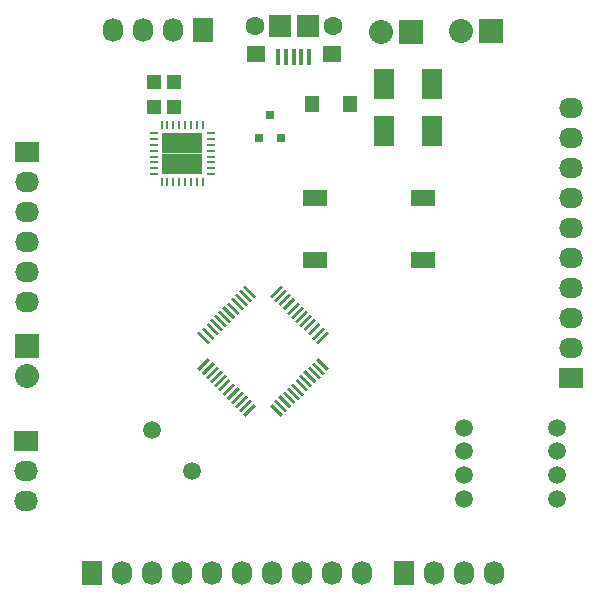
<source format=gbr>
G04 #@! TF.FileFunction,Soldermask,Top*
%FSLAX46Y46*%
G04 Gerber Fmt 4.6, Leading zero omitted, Abs format (unit mm)*
G04 Created by KiCad (PCBNEW 4.0.1-3.201512221402+6198~38~ubuntu14.04.1-stable) date Mon 04 Jan 2016 12:08:05 AM EST*
%MOMM*%
G01*
G04 APERTURE LIST*
%ADD10C,0.100000*%
%ADD11R,1.800860X2.499360*%
%ADD12R,1.198880X1.198880*%
%ADD13R,1.150620X1.399540*%
%ADD14R,2.032000X1.727200*%
%ADD15O,2.032000X1.727200*%
%ADD16R,1.727200X2.032000*%
%ADD17O,1.727200X2.032000*%
%ADD18R,2.032000X2.032000*%
%ADD19O,2.032000X2.032000*%
%ADD20R,0.800100X0.800100*%
%ADD21R,0.250000X0.700000*%
%ADD22R,0.700000X0.250000*%
%ADD23R,1.725000X1.725000*%
%ADD24C,1.501140*%
%ADD25R,0.400000X1.350000*%
%ADD26R,1.600000X1.400000*%
%ADD27R,1.900000X1.900000*%
%ADD28C,1.600000*%
%ADD29C,1.500000*%
%ADD30R,2.100000X1.400000*%
G04 APERTURE END LIST*
D10*
D11*
X138531600Y-86784180D03*
X138531600Y-82786220D03*
X134467600Y-86784180D03*
X134467600Y-82786220D03*
D12*
X114985800Y-82643980D03*
X114985800Y-84742020D03*
X116687600Y-82669380D03*
X116687600Y-84767420D03*
D13*
X131572000Y-84480400D03*
X128320800Y-84480400D03*
D14*
X150241000Y-107746800D03*
D15*
X150241000Y-105206800D03*
X150241000Y-102666800D03*
X150241000Y-100126800D03*
X150241000Y-97586800D03*
X150241000Y-95046800D03*
X150241000Y-92506800D03*
X150241000Y-89966800D03*
X150241000Y-87426800D03*
X150241000Y-84886800D03*
D16*
X109728000Y-124206000D03*
D17*
X112268000Y-124206000D03*
X114808000Y-124206000D03*
X117348000Y-124206000D03*
X119888000Y-124206000D03*
X122428000Y-124206000D03*
X124968000Y-124206000D03*
X127508000Y-124206000D03*
X130048000Y-124206000D03*
X132588000Y-124206000D03*
D16*
X119126000Y-78232000D03*
D17*
X116586000Y-78232000D03*
X114046000Y-78232000D03*
X111506000Y-78232000D03*
D18*
X143500600Y-78320900D03*
D19*
X140960600Y-78320900D03*
D16*
X136144000Y-124206000D03*
D17*
X138684000Y-124206000D03*
X141224000Y-124206000D03*
X143764000Y-124206000D03*
D18*
X104244900Y-105041700D03*
D19*
X104244900Y-107581700D03*
D14*
X104194100Y-88544400D03*
D15*
X104194100Y-91084400D03*
X104194100Y-93624400D03*
X104194100Y-96164400D03*
X104194100Y-98704400D03*
X104194100Y-101244400D03*
D14*
X104143300Y-113030000D03*
D15*
X104143300Y-115570000D03*
X104143300Y-118110000D03*
D18*
X136753600Y-78435200D03*
D19*
X134213600Y-78435200D03*
D10*
G36*
X118814311Y-107089379D02*
X118637534Y-106912602D01*
X119556773Y-105993363D01*
X119733550Y-106170140D01*
X118814311Y-107089379D01*
X118814311Y-107089379D01*
G37*
G36*
X119167864Y-107442932D02*
X118991087Y-107266155D01*
X119910326Y-106346916D01*
X120087103Y-106523693D01*
X119167864Y-107442932D01*
X119167864Y-107442932D01*
G37*
G36*
X119521418Y-107796486D02*
X119344641Y-107619709D01*
X120263880Y-106700470D01*
X120440657Y-106877247D01*
X119521418Y-107796486D01*
X119521418Y-107796486D01*
G37*
G36*
X119874971Y-108150039D02*
X119698194Y-107973262D01*
X120617433Y-107054023D01*
X120794210Y-107230800D01*
X119874971Y-108150039D01*
X119874971Y-108150039D01*
G37*
G36*
X120228524Y-108503592D02*
X120051747Y-108326815D01*
X120970986Y-107407576D01*
X121147763Y-107584353D01*
X120228524Y-108503592D01*
X120228524Y-108503592D01*
G37*
G36*
X120582078Y-108857146D02*
X120405301Y-108680369D01*
X121324540Y-107761130D01*
X121501317Y-107937907D01*
X120582078Y-108857146D01*
X120582078Y-108857146D01*
G37*
G36*
X120935631Y-109210699D02*
X120758854Y-109033922D01*
X121678093Y-108114683D01*
X121854870Y-108291460D01*
X120935631Y-109210699D01*
X120935631Y-109210699D01*
G37*
G36*
X121289185Y-109564253D02*
X121112408Y-109387476D01*
X122031647Y-108468237D01*
X122208424Y-108645014D01*
X121289185Y-109564253D01*
X121289185Y-109564253D01*
G37*
G36*
X121642738Y-109917806D02*
X121465961Y-109741029D01*
X122385200Y-108821790D01*
X122561977Y-108998567D01*
X121642738Y-109917806D01*
X121642738Y-109917806D01*
G37*
G36*
X121996291Y-110271359D02*
X121819514Y-110094582D01*
X122738753Y-109175343D01*
X122915530Y-109352120D01*
X121996291Y-110271359D01*
X121996291Y-110271359D01*
G37*
G36*
X122349845Y-110624913D02*
X122173068Y-110448136D01*
X123092307Y-109528897D01*
X123269084Y-109705674D01*
X122349845Y-110624913D01*
X122349845Y-110624913D01*
G37*
G36*
X122703398Y-110978466D02*
X122526621Y-110801689D01*
X123445860Y-109882450D01*
X123622637Y-110059227D01*
X122703398Y-110978466D01*
X122703398Y-110978466D01*
G37*
G36*
X125885379Y-110801689D02*
X125708602Y-110978466D01*
X124789363Y-110059227D01*
X124966140Y-109882450D01*
X125885379Y-110801689D01*
X125885379Y-110801689D01*
G37*
G36*
X126238932Y-110448136D02*
X126062155Y-110624913D01*
X125142916Y-109705674D01*
X125319693Y-109528897D01*
X126238932Y-110448136D01*
X126238932Y-110448136D01*
G37*
G36*
X126592486Y-110094582D02*
X126415709Y-110271359D01*
X125496470Y-109352120D01*
X125673247Y-109175343D01*
X126592486Y-110094582D01*
X126592486Y-110094582D01*
G37*
G36*
X126946039Y-109741029D02*
X126769262Y-109917806D01*
X125850023Y-108998567D01*
X126026800Y-108821790D01*
X126946039Y-109741029D01*
X126946039Y-109741029D01*
G37*
G36*
X127299592Y-109387476D02*
X127122815Y-109564253D01*
X126203576Y-108645014D01*
X126380353Y-108468237D01*
X127299592Y-109387476D01*
X127299592Y-109387476D01*
G37*
G36*
X127653146Y-109033922D02*
X127476369Y-109210699D01*
X126557130Y-108291460D01*
X126733907Y-108114683D01*
X127653146Y-109033922D01*
X127653146Y-109033922D01*
G37*
G36*
X128006699Y-108680369D02*
X127829922Y-108857146D01*
X126910683Y-107937907D01*
X127087460Y-107761130D01*
X128006699Y-108680369D01*
X128006699Y-108680369D01*
G37*
G36*
X128360253Y-108326815D02*
X128183476Y-108503592D01*
X127264237Y-107584353D01*
X127441014Y-107407576D01*
X128360253Y-108326815D01*
X128360253Y-108326815D01*
G37*
G36*
X128713806Y-107973262D02*
X128537029Y-108150039D01*
X127617790Y-107230800D01*
X127794567Y-107054023D01*
X128713806Y-107973262D01*
X128713806Y-107973262D01*
G37*
G36*
X129067359Y-107619709D02*
X128890582Y-107796486D01*
X127971343Y-106877247D01*
X128148120Y-106700470D01*
X129067359Y-107619709D01*
X129067359Y-107619709D01*
G37*
G36*
X129420913Y-107266155D02*
X129244136Y-107442932D01*
X128324897Y-106523693D01*
X128501674Y-106346916D01*
X129420913Y-107266155D01*
X129420913Y-107266155D01*
G37*
G36*
X129774466Y-106912602D02*
X129597689Y-107089379D01*
X128678450Y-106170140D01*
X128855227Y-105993363D01*
X129774466Y-106912602D01*
X129774466Y-106912602D01*
G37*
G36*
X128855227Y-104826637D02*
X128678450Y-104649860D01*
X129597689Y-103730621D01*
X129774466Y-103907398D01*
X128855227Y-104826637D01*
X128855227Y-104826637D01*
G37*
G36*
X128501674Y-104473084D02*
X128324897Y-104296307D01*
X129244136Y-103377068D01*
X129420913Y-103553845D01*
X128501674Y-104473084D01*
X128501674Y-104473084D01*
G37*
G36*
X128148120Y-104119530D02*
X127971343Y-103942753D01*
X128890582Y-103023514D01*
X129067359Y-103200291D01*
X128148120Y-104119530D01*
X128148120Y-104119530D01*
G37*
G36*
X127794567Y-103765977D02*
X127617790Y-103589200D01*
X128537029Y-102669961D01*
X128713806Y-102846738D01*
X127794567Y-103765977D01*
X127794567Y-103765977D01*
G37*
G36*
X127441014Y-103412424D02*
X127264237Y-103235647D01*
X128183476Y-102316408D01*
X128360253Y-102493185D01*
X127441014Y-103412424D01*
X127441014Y-103412424D01*
G37*
G36*
X127087460Y-103058870D02*
X126910683Y-102882093D01*
X127829922Y-101962854D01*
X128006699Y-102139631D01*
X127087460Y-103058870D01*
X127087460Y-103058870D01*
G37*
G36*
X126733907Y-102705317D02*
X126557130Y-102528540D01*
X127476369Y-101609301D01*
X127653146Y-101786078D01*
X126733907Y-102705317D01*
X126733907Y-102705317D01*
G37*
G36*
X126380353Y-102351763D02*
X126203576Y-102174986D01*
X127122815Y-101255747D01*
X127299592Y-101432524D01*
X126380353Y-102351763D01*
X126380353Y-102351763D01*
G37*
G36*
X126026800Y-101998210D02*
X125850023Y-101821433D01*
X126769262Y-100902194D01*
X126946039Y-101078971D01*
X126026800Y-101998210D01*
X126026800Y-101998210D01*
G37*
G36*
X125673247Y-101644657D02*
X125496470Y-101467880D01*
X126415709Y-100548641D01*
X126592486Y-100725418D01*
X125673247Y-101644657D01*
X125673247Y-101644657D01*
G37*
G36*
X125319693Y-101291103D02*
X125142916Y-101114326D01*
X126062155Y-100195087D01*
X126238932Y-100371864D01*
X125319693Y-101291103D01*
X125319693Y-101291103D01*
G37*
G36*
X124966140Y-100937550D02*
X124789363Y-100760773D01*
X125708602Y-99841534D01*
X125885379Y-100018311D01*
X124966140Y-100937550D01*
X124966140Y-100937550D01*
G37*
G36*
X123622637Y-100760773D02*
X123445860Y-100937550D01*
X122526621Y-100018311D01*
X122703398Y-99841534D01*
X123622637Y-100760773D01*
X123622637Y-100760773D01*
G37*
G36*
X123269084Y-101114326D02*
X123092307Y-101291103D01*
X122173068Y-100371864D01*
X122349845Y-100195087D01*
X123269084Y-101114326D01*
X123269084Y-101114326D01*
G37*
G36*
X122915530Y-101467880D02*
X122738753Y-101644657D01*
X121819514Y-100725418D01*
X121996291Y-100548641D01*
X122915530Y-101467880D01*
X122915530Y-101467880D01*
G37*
G36*
X122561977Y-101821433D02*
X122385200Y-101998210D01*
X121465961Y-101078971D01*
X121642738Y-100902194D01*
X122561977Y-101821433D01*
X122561977Y-101821433D01*
G37*
G36*
X122208424Y-102174986D02*
X122031647Y-102351763D01*
X121112408Y-101432524D01*
X121289185Y-101255747D01*
X122208424Y-102174986D01*
X122208424Y-102174986D01*
G37*
G36*
X121854870Y-102528540D02*
X121678093Y-102705317D01*
X120758854Y-101786078D01*
X120935631Y-101609301D01*
X121854870Y-102528540D01*
X121854870Y-102528540D01*
G37*
G36*
X121501317Y-102882093D02*
X121324540Y-103058870D01*
X120405301Y-102139631D01*
X120582078Y-101962854D01*
X121501317Y-102882093D01*
X121501317Y-102882093D01*
G37*
G36*
X121147763Y-103235647D02*
X120970986Y-103412424D01*
X120051747Y-102493185D01*
X120228524Y-102316408D01*
X121147763Y-103235647D01*
X121147763Y-103235647D01*
G37*
G36*
X120794210Y-103589200D02*
X120617433Y-103765977D01*
X119698194Y-102846738D01*
X119874971Y-102669961D01*
X120794210Y-103589200D01*
X120794210Y-103589200D01*
G37*
G36*
X120440657Y-103942753D02*
X120263880Y-104119530D01*
X119344641Y-103200291D01*
X119521418Y-103023514D01*
X120440657Y-103942753D01*
X120440657Y-103942753D01*
G37*
G36*
X120087103Y-104296307D02*
X119910326Y-104473084D01*
X118991087Y-103553845D01*
X119167864Y-103377068D01*
X120087103Y-104296307D01*
X120087103Y-104296307D01*
G37*
G36*
X119733550Y-104649860D02*
X119556773Y-104826637D01*
X118637534Y-103907398D01*
X118814311Y-103730621D01*
X119733550Y-104649860D01*
X119733550Y-104649860D01*
G37*
D20*
X123840200Y-87411560D03*
X125740200Y-87411560D03*
X124790200Y-85412580D03*
D21*
X115598000Y-91122200D03*
X116098000Y-91122200D03*
X116598000Y-91122200D03*
X117098000Y-91122200D03*
X117598000Y-91122200D03*
X118098000Y-91122200D03*
X118598000Y-91122200D03*
X119098000Y-91122200D03*
D22*
X119748000Y-90472200D03*
X119748000Y-89972200D03*
X119748000Y-89472200D03*
X119748000Y-88972200D03*
X119748000Y-88472200D03*
X119748000Y-87972200D03*
X119748000Y-87472200D03*
X119748000Y-86972200D03*
D21*
X119098000Y-86322200D03*
X118598000Y-86322200D03*
X118098000Y-86322200D03*
X117598000Y-86322200D03*
X117098000Y-86322200D03*
X116598000Y-86322200D03*
X116098000Y-86322200D03*
X115598000Y-86322200D03*
D22*
X114948000Y-86972200D03*
X114948000Y-87472200D03*
X114948000Y-87972200D03*
X114948000Y-88472200D03*
X114948000Y-88972200D03*
X114948000Y-89472200D03*
X114948000Y-89972200D03*
X114948000Y-90472200D03*
D23*
X118210500Y-87859700D03*
X116485500Y-87859700D03*
X118210500Y-89584700D03*
X116485500Y-89584700D03*
D24*
X114758395Y-112142195D03*
X118210405Y-115594205D03*
D25*
X126796800Y-80551400D03*
X126146800Y-80551400D03*
X125496800Y-80551400D03*
X127446800Y-80551400D03*
X128096800Y-80551400D03*
D26*
X129996800Y-80326400D03*
X123596800Y-80326400D03*
D27*
X127996800Y-77876400D03*
X125596800Y-77876400D03*
D28*
X130096800Y-77876400D03*
X123496800Y-77876400D03*
D29*
X141230000Y-111932000D03*
X141230000Y-113932000D03*
X141230000Y-115932000D03*
X141230000Y-117932000D03*
X149092000Y-117938000D03*
X149092000Y-115938000D03*
X149092000Y-113938000D03*
X149092000Y-111938000D03*
D30*
X128612800Y-92510300D03*
X137712800Y-92510300D03*
X128612800Y-97710300D03*
X137712800Y-97710300D03*
M02*

</source>
